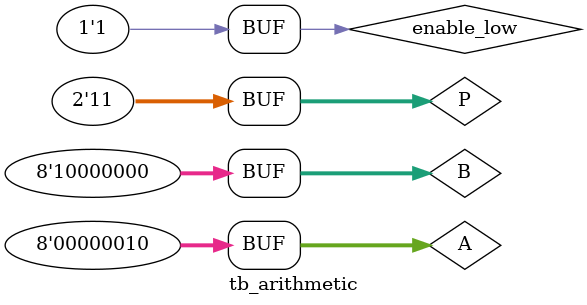
<source format=v>
module tb_arithmetic;
  reg [1:0]P;
  reg enable_low;
  reg [7:0]A,B;
  wire [15:0]y1,y2,y3,y4;
  arithmetic DUT(y1,y2,y3,y4,A,B,P,enable_low);
  initial begin

    enable_low=0;
    B=8'B10000000;
    A=8'B00000010;
    
    P=2'b00; 
   #5 P=2'b01; 
   #5 P=2'b10; 
   #5 P=2'b11; 
 #5 enable_low=1'b1;
   #5  P=2'b00; 
   #5 P=2'b01; 
   #5 P=2'b10; 
  #10  P=3'b11; 

  end
  initial
    begin
      $monitor($time," input a=%d b=%d  SEL =%b output %b (%d)  %b (%d)  %b (%d)  %b (%d) ",A,B,P,y1,y1,y2,y2,y3,y3,y4,y4);
      
    end
  
endmodule

</source>
